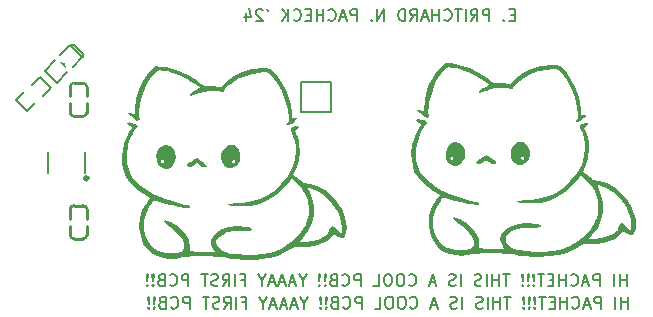
<source format=gbr>
%TF.GenerationSoftware,KiCad,Pcbnew,7.0.5*%
%TF.CreationDate,2024-09-10T19:27:24-04:00*%
%TF.ProjectId,PCB_PCB_OpenSuperHetv6PCB,5043425f-5043-4425-9f4f-70656e537570,rev?*%
%TF.SameCoordinates,Original*%
%TF.FileFunction,Legend,Bot*%
%TF.FilePolarity,Positive*%
%FSLAX46Y46*%
G04 Gerber Fmt 4.6, Leading zero omitted, Abs format (unit mm)*
G04 Created by KiCad (PCBNEW 7.0.5) date 2024-09-10 19:27:24*
%MOMM*%
%LPD*%
G01*
G04 APERTURE LIST*
%ADD10C,0.150000*%
%ADD11C,0.254000*%
%ADD12C,0.152000*%
%ADD13C,0.300000*%
%ADD14C,0.203000*%
G04 APERTURE END LIST*
D10*
X43523220Y-15906009D02*
X43189887Y-15906009D01*
X43047030Y-16429819D02*
X43523220Y-16429819D01*
X43523220Y-16429819D02*
X43523220Y-15429819D01*
X43523220Y-15429819D02*
X43047030Y-15429819D01*
X42618458Y-16334580D02*
X42570839Y-16382200D01*
X42570839Y-16382200D02*
X42618458Y-16429819D01*
X42618458Y-16429819D02*
X42666077Y-16382200D01*
X42666077Y-16382200D02*
X42618458Y-16334580D01*
X42618458Y-16334580D02*
X42618458Y-16429819D01*
X41380363Y-16429819D02*
X41380363Y-15429819D01*
X41380363Y-15429819D02*
X40999411Y-15429819D01*
X40999411Y-15429819D02*
X40904173Y-15477438D01*
X40904173Y-15477438D02*
X40856554Y-15525057D01*
X40856554Y-15525057D02*
X40808935Y-15620295D01*
X40808935Y-15620295D02*
X40808935Y-15763152D01*
X40808935Y-15763152D02*
X40856554Y-15858390D01*
X40856554Y-15858390D02*
X40904173Y-15906009D01*
X40904173Y-15906009D02*
X40999411Y-15953628D01*
X40999411Y-15953628D02*
X41380363Y-15953628D01*
X39808935Y-16429819D02*
X40142268Y-15953628D01*
X40380363Y-16429819D02*
X40380363Y-15429819D01*
X40380363Y-15429819D02*
X39999411Y-15429819D01*
X39999411Y-15429819D02*
X39904173Y-15477438D01*
X39904173Y-15477438D02*
X39856554Y-15525057D01*
X39856554Y-15525057D02*
X39808935Y-15620295D01*
X39808935Y-15620295D02*
X39808935Y-15763152D01*
X39808935Y-15763152D02*
X39856554Y-15858390D01*
X39856554Y-15858390D02*
X39904173Y-15906009D01*
X39904173Y-15906009D02*
X39999411Y-15953628D01*
X39999411Y-15953628D02*
X40380363Y-15953628D01*
X39380363Y-16429819D02*
X39380363Y-15429819D01*
X39047030Y-15429819D02*
X38475602Y-15429819D01*
X38761316Y-16429819D02*
X38761316Y-15429819D01*
X37570840Y-16334580D02*
X37618459Y-16382200D01*
X37618459Y-16382200D02*
X37761316Y-16429819D01*
X37761316Y-16429819D02*
X37856554Y-16429819D01*
X37856554Y-16429819D02*
X37999411Y-16382200D01*
X37999411Y-16382200D02*
X38094649Y-16286961D01*
X38094649Y-16286961D02*
X38142268Y-16191723D01*
X38142268Y-16191723D02*
X38189887Y-16001247D01*
X38189887Y-16001247D02*
X38189887Y-15858390D01*
X38189887Y-15858390D02*
X38142268Y-15667914D01*
X38142268Y-15667914D02*
X38094649Y-15572676D01*
X38094649Y-15572676D02*
X37999411Y-15477438D01*
X37999411Y-15477438D02*
X37856554Y-15429819D01*
X37856554Y-15429819D02*
X37761316Y-15429819D01*
X37761316Y-15429819D02*
X37618459Y-15477438D01*
X37618459Y-15477438D02*
X37570840Y-15525057D01*
X37142268Y-16429819D02*
X37142268Y-15429819D01*
X37142268Y-15906009D02*
X36570840Y-15906009D01*
X36570840Y-16429819D02*
X36570840Y-15429819D01*
X36142268Y-16144104D02*
X35666078Y-16144104D01*
X36237506Y-16429819D02*
X35904173Y-15429819D01*
X35904173Y-15429819D02*
X35570840Y-16429819D01*
X34666078Y-16429819D02*
X34999411Y-15953628D01*
X35237506Y-16429819D02*
X35237506Y-15429819D01*
X35237506Y-15429819D02*
X34856554Y-15429819D01*
X34856554Y-15429819D02*
X34761316Y-15477438D01*
X34761316Y-15477438D02*
X34713697Y-15525057D01*
X34713697Y-15525057D02*
X34666078Y-15620295D01*
X34666078Y-15620295D02*
X34666078Y-15763152D01*
X34666078Y-15763152D02*
X34713697Y-15858390D01*
X34713697Y-15858390D02*
X34761316Y-15906009D01*
X34761316Y-15906009D02*
X34856554Y-15953628D01*
X34856554Y-15953628D02*
X35237506Y-15953628D01*
X34237506Y-16429819D02*
X34237506Y-15429819D01*
X34237506Y-15429819D02*
X33999411Y-15429819D01*
X33999411Y-15429819D02*
X33856554Y-15477438D01*
X33856554Y-15477438D02*
X33761316Y-15572676D01*
X33761316Y-15572676D02*
X33713697Y-15667914D01*
X33713697Y-15667914D02*
X33666078Y-15858390D01*
X33666078Y-15858390D02*
X33666078Y-16001247D01*
X33666078Y-16001247D02*
X33713697Y-16191723D01*
X33713697Y-16191723D02*
X33761316Y-16286961D01*
X33761316Y-16286961D02*
X33856554Y-16382200D01*
X33856554Y-16382200D02*
X33999411Y-16429819D01*
X33999411Y-16429819D02*
X34237506Y-16429819D01*
X32475601Y-16429819D02*
X32475601Y-15429819D01*
X32475601Y-15429819D02*
X31904173Y-16429819D01*
X31904173Y-16429819D02*
X31904173Y-15429819D01*
X31427982Y-16334580D02*
X31380363Y-16382200D01*
X31380363Y-16382200D02*
X31427982Y-16429819D01*
X31427982Y-16429819D02*
X31475601Y-16382200D01*
X31475601Y-16382200D02*
X31427982Y-16334580D01*
X31427982Y-16334580D02*
X31427982Y-16429819D01*
X30189887Y-16429819D02*
X30189887Y-15429819D01*
X30189887Y-15429819D02*
X29808935Y-15429819D01*
X29808935Y-15429819D02*
X29713697Y-15477438D01*
X29713697Y-15477438D02*
X29666078Y-15525057D01*
X29666078Y-15525057D02*
X29618459Y-15620295D01*
X29618459Y-15620295D02*
X29618459Y-15763152D01*
X29618459Y-15763152D02*
X29666078Y-15858390D01*
X29666078Y-15858390D02*
X29713697Y-15906009D01*
X29713697Y-15906009D02*
X29808935Y-15953628D01*
X29808935Y-15953628D02*
X30189887Y-15953628D01*
X29237506Y-16144104D02*
X28761316Y-16144104D01*
X29332744Y-16429819D02*
X28999411Y-15429819D01*
X28999411Y-15429819D02*
X28666078Y-16429819D01*
X27761316Y-16334580D02*
X27808935Y-16382200D01*
X27808935Y-16382200D02*
X27951792Y-16429819D01*
X27951792Y-16429819D02*
X28047030Y-16429819D01*
X28047030Y-16429819D02*
X28189887Y-16382200D01*
X28189887Y-16382200D02*
X28285125Y-16286961D01*
X28285125Y-16286961D02*
X28332744Y-16191723D01*
X28332744Y-16191723D02*
X28380363Y-16001247D01*
X28380363Y-16001247D02*
X28380363Y-15858390D01*
X28380363Y-15858390D02*
X28332744Y-15667914D01*
X28332744Y-15667914D02*
X28285125Y-15572676D01*
X28285125Y-15572676D02*
X28189887Y-15477438D01*
X28189887Y-15477438D02*
X28047030Y-15429819D01*
X28047030Y-15429819D02*
X27951792Y-15429819D01*
X27951792Y-15429819D02*
X27808935Y-15477438D01*
X27808935Y-15477438D02*
X27761316Y-15525057D01*
X27332744Y-16429819D02*
X27332744Y-15429819D01*
X27332744Y-15906009D02*
X26761316Y-15906009D01*
X26761316Y-16429819D02*
X26761316Y-15429819D01*
X26285125Y-15906009D02*
X25951792Y-15906009D01*
X25808935Y-16429819D02*
X26285125Y-16429819D01*
X26285125Y-16429819D02*
X26285125Y-15429819D01*
X26285125Y-15429819D02*
X25808935Y-15429819D01*
X24808935Y-16334580D02*
X24856554Y-16382200D01*
X24856554Y-16382200D02*
X24999411Y-16429819D01*
X24999411Y-16429819D02*
X25094649Y-16429819D01*
X25094649Y-16429819D02*
X25237506Y-16382200D01*
X25237506Y-16382200D02*
X25332744Y-16286961D01*
X25332744Y-16286961D02*
X25380363Y-16191723D01*
X25380363Y-16191723D02*
X25427982Y-16001247D01*
X25427982Y-16001247D02*
X25427982Y-15858390D01*
X25427982Y-15858390D02*
X25380363Y-15667914D01*
X25380363Y-15667914D02*
X25332744Y-15572676D01*
X25332744Y-15572676D02*
X25237506Y-15477438D01*
X25237506Y-15477438D02*
X25094649Y-15429819D01*
X25094649Y-15429819D02*
X24999411Y-15429819D01*
X24999411Y-15429819D02*
X24856554Y-15477438D01*
X24856554Y-15477438D02*
X24808935Y-15525057D01*
X24380363Y-16429819D02*
X24380363Y-15429819D01*
X23808935Y-16429819D02*
X24237506Y-15858390D01*
X23808935Y-15429819D02*
X24380363Y-16001247D01*
X22570839Y-15429819D02*
X22666077Y-15620295D01*
X22189887Y-15525057D02*
X22142268Y-15477438D01*
X22142268Y-15477438D02*
X22047030Y-15429819D01*
X22047030Y-15429819D02*
X21808935Y-15429819D01*
X21808935Y-15429819D02*
X21713697Y-15477438D01*
X21713697Y-15477438D02*
X21666078Y-15525057D01*
X21666078Y-15525057D02*
X21618459Y-15620295D01*
X21618459Y-15620295D02*
X21618459Y-15715533D01*
X21618459Y-15715533D02*
X21666078Y-15858390D01*
X21666078Y-15858390D02*
X22237506Y-16429819D01*
X22237506Y-16429819D02*
X21618459Y-16429819D01*
X20761316Y-15763152D02*
X20761316Y-16429819D01*
X20999411Y-15382200D02*
X21237506Y-16096485D01*
X21237506Y-16096485D02*
X20618459Y-16096485D01*
X53103220Y-40789819D02*
X53103220Y-39789819D01*
X53103220Y-40266009D02*
X52531792Y-40266009D01*
X52531792Y-40789819D02*
X52531792Y-39789819D01*
X52055601Y-40789819D02*
X52055601Y-39789819D01*
X50817506Y-40789819D02*
X50817506Y-39789819D01*
X50817506Y-39789819D02*
X50436554Y-39789819D01*
X50436554Y-39789819D02*
X50341316Y-39837438D01*
X50341316Y-39837438D02*
X50293697Y-39885057D01*
X50293697Y-39885057D02*
X50246078Y-39980295D01*
X50246078Y-39980295D02*
X50246078Y-40123152D01*
X50246078Y-40123152D02*
X50293697Y-40218390D01*
X50293697Y-40218390D02*
X50341316Y-40266009D01*
X50341316Y-40266009D02*
X50436554Y-40313628D01*
X50436554Y-40313628D02*
X50817506Y-40313628D01*
X49865125Y-40504104D02*
X49388935Y-40504104D01*
X49960363Y-40789819D02*
X49627030Y-39789819D01*
X49627030Y-39789819D02*
X49293697Y-40789819D01*
X48388935Y-40694580D02*
X48436554Y-40742200D01*
X48436554Y-40742200D02*
X48579411Y-40789819D01*
X48579411Y-40789819D02*
X48674649Y-40789819D01*
X48674649Y-40789819D02*
X48817506Y-40742200D01*
X48817506Y-40742200D02*
X48912744Y-40646961D01*
X48912744Y-40646961D02*
X48960363Y-40551723D01*
X48960363Y-40551723D02*
X49007982Y-40361247D01*
X49007982Y-40361247D02*
X49007982Y-40218390D01*
X49007982Y-40218390D02*
X48960363Y-40027914D01*
X48960363Y-40027914D02*
X48912744Y-39932676D01*
X48912744Y-39932676D02*
X48817506Y-39837438D01*
X48817506Y-39837438D02*
X48674649Y-39789819D01*
X48674649Y-39789819D02*
X48579411Y-39789819D01*
X48579411Y-39789819D02*
X48436554Y-39837438D01*
X48436554Y-39837438D02*
X48388935Y-39885057D01*
X47960363Y-40789819D02*
X47960363Y-39789819D01*
X47960363Y-40266009D02*
X47388935Y-40266009D01*
X47388935Y-40789819D02*
X47388935Y-39789819D01*
X46912744Y-40266009D02*
X46579411Y-40266009D01*
X46436554Y-40789819D02*
X46912744Y-40789819D01*
X46912744Y-40789819D02*
X46912744Y-39789819D01*
X46912744Y-39789819D02*
X46436554Y-39789819D01*
X46150839Y-39789819D02*
X45579411Y-39789819D01*
X45865125Y-40789819D02*
X45865125Y-39789819D01*
X45246077Y-40694580D02*
X45198458Y-40742200D01*
X45198458Y-40742200D02*
X45246077Y-40789819D01*
X45246077Y-40789819D02*
X45293696Y-40742200D01*
X45293696Y-40742200D02*
X45246077Y-40694580D01*
X45246077Y-40694580D02*
X45246077Y-40789819D01*
X45246077Y-40408866D02*
X45293696Y-39837438D01*
X45293696Y-39837438D02*
X45246077Y-39789819D01*
X45246077Y-39789819D02*
X45198458Y-39837438D01*
X45198458Y-39837438D02*
X45246077Y-40408866D01*
X45246077Y-40408866D02*
X45246077Y-39789819D01*
X44769887Y-40694580D02*
X44722268Y-40742200D01*
X44722268Y-40742200D02*
X44769887Y-40789819D01*
X44769887Y-40789819D02*
X44817506Y-40742200D01*
X44817506Y-40742200D02*
X44769887Y-40694580D01*
X44769887Y-40694580D02*
X44769887Y-40789819D01*
X44769887Y-40408866D02*
X44817506Y-39837438D01*
X44817506Y-39837438D02*
X44769887Y-39789819D01*
X44769887Y-39789819D02*
X44722268Y-39837438D01*
X44722268Y-39837438D02*
X44769887Y-40408866D01*
X44769887Y-40408866D02*
X44769887Y-39789819D01*
X44293697Y-40694580D02*
X44246078Y-40742200D01*
X44246078Y-40742200D02*
X44293697Y-40789819D01*
X44293697Y-40789819D02*
X44341316Y-40742200D01*
X44341316Y-40742200D02*
X44293697Y-40694580D01*
X44293697Y-40694580D02*
X44293697Y-40789819D01*
X44293697Y-40408866D02*
X44341316Y-39837438D01*
X44341316Y-39837438D02*
X44293697Y-39789819D01*
X44293697Y-39789819D02*
X44246078Y-39837438D01*
X44246078Y-39837438D02*
X44293697Y-40408866D01*
X44293697Y-40408866D02*
X44293697Y-39789819D01*
X43198459Y-39789819D02*
X42627031Y-39789819D01*
X42912745Y-40789819D02*
X42912745Y-39789819D01*
X42293697Y-40789819D02*
X42293697Y-39789819D01*
X42293697Y-40266009D02*
X41722269Y-40266009D01*
X41722269Y-40789819D02*
X41722269Y-39789819D01*
X41246078Y-40789819D02*
X41246078Y-39789819D01*
X40817507Y-40742200D02*
X40674650Y-40789819D01*
X40674650Y-40789819D02*
X40436555Y-40789819D01*
X40436555Y-40789819D02*
X40341317Y-40742200D01*
X40341317Y-40742200D02*
X40293698Y-40694580D01*
X40293698Y-40694580D02*
X40246079Y-40599342D01*
X40246079Y-40599342D02*
X40246079Y-40504104D01*
X40246079Y-40504104D02*
X40293698Y-40408866D01*
X40293698Y-40408866D02*
X40341317Y-40361247D01*
X40341317Y-40361247D02*
X40436555Y-40313628D01*
X40436555Y-40313628D02*
X40627031Y-40266009D01*
X40627031Y-40266009D02*
X40722269Y-40218390D01*
X40722269Y-40218390D02*
X40769888Y-40170771D01*
X40769888Y-40170771D02*
X40817507Y-40075533D01*
X40817507Y-40075533D02*
X40817507Y-39980295D01*
X40817507Y-39980295D02*
X40769888Y-39885057D01*
X40769888Y-39885057D02*
X40722269Y-39837438D01*
X40722269Y-39837438D02*
X40627031Y-39789819D01*
X40627031Y-39789819D02*
X40388936Y-39789819D01*
X40388936Y-39789819D02*
X40246079Y-39837438D01*
X39055602Y-40789819D02*
X39055602Y-39789819D01*
X38627031Y-40742200D02*
X38484174Y-40789819D01*
X38484174Y-40789819D02*
X38246079Y-40789819D01*
X38246079Y-40789819D02*
X38150841Y-40742200D01*
X38150841Y-40742200D02*
X38103222Y-40694580D01*
X38103222Y-40694580D02*
X38055603Y-40599342D01*
X38055603Y-40599342D02*
X38055603Y-40504104D01*
X38055603Y-40504104D02*
X38103222Y-40408866D01*
X38103222Y-40408866D02*
X38150841Y-40361247D01*
X38150841Y-40361247D02*
X38246079Y-40313628D01*
X38246079Y-40313628D02*
X38436555Y-40266009D01*
X38436555Y-40266009D02*
X38531793Y-40218390D01*
X38531793Y-40218390D02*
X38579412Y-40170771D01*
X38579412Y-40170771D02*
X38627031Y-40075533D01*
X38627031Y-40075533D02*
X38627031Y-39980295D01*
X38627031Y-39980295D02*
X38579412Y-39885057D01*
X38579412Y-39885057D02*
X38531793Y-39837438D01*
X38531793Y-39837438D02*
X38436555Y-39789819D01*
X38436555Y-39789819D02*
X38198460Y-39789819D01*
X38198460Y-39789819D02*
X38055603Y-39837438D01*
X36912745Y-40504104D02*
X36436555Y-40504104D01*
X37007983Y-40789819D02*
X36674650Y-39789819D01*
X36674650Y-39789819D02*
X36341317Y-40789819D01*
X34674650Y-40694580D02*
X34722269Y-40742200D01*
X34722269Y-40742200D02*
X34865126Y-40789819D01*
X34865126Y-40789819D02*
X34960364Y-40789819D01*
X34960364Y-40789819D02*
X35103221Y-40742200D01*
X35103221Y-40742200D02*
X35198459Y-40646961D01*
X35198459Y-40646961D02*
X35246078Y-40551723D01*
X35246078Y-40551723D02*
X35293697Y-40361247D01*
X35293697Y-40361247D02*
X35293697Y-40218390D01*
X35293697Y-40218390D02*
X35246078Y-40027914D01*
X35246078Y-40027914D02*
X35198459Y-39932676D01*
X35198459Y-39932676D02*
X35103221Y-39837438D01*
X35103221Y-39837438D02*
X34960364Y-39789819D01*
X34960364Y-39789819D02*
X34865126Y-39789819D01*
X34865126Y-39789819D02*
X34722269Y-39837438D01*
X34722269Y-39837438D02*
X34674650Y-39885057D01*
X34055602Y-39789819D02*
X33865126Y-39789819D01*
X33865126Y-39789819D02*
X33769888Y-39837438D01*
X33769888Y-39837438D02*
X33674650Y-39932676D01*
X33674650Y-39932676D02*
X33627031Y-40123152D01*
X33627031Y-40123152D02*
X33627031Y-40456485D01*
X33627031Y-40456485D02*
X33674650Y-40646961D01*
X33674650Y-40646961D02*
X33769888Y-40742200D01*
X33769888Y-40742200D02*
X33865126Y-40789819D01*
X33865126Y-40789819D02*
X34055602Y-40789819D01*
X34055602Y-40789819D02*
X34150840Y-40742200D01*
X34150840Y-40742200D02*
X34246078Y-40646961D01*
X34246078Y-40646961D02*
X34293697Y-40456485D01*
X34293697Y-40456485D02*
X34293697Y-40123152D01*
X34293697Y-40123152D02*
X34246078Y-39932676D01*
X34246078Y-39932676D02*
X34150840Y-39837438D01*
X34150840Y-39837438D02*
X34055602Y-39789819D01*
X33007983Y-39789819D02*
X32817507Y-39789819D01*
X32817507Y-39789819D02*
X32722269Y-39837438D01*
X32722269Y-39837438D02*
X32627031Y-39932676D01*
X32627031Y-39932676D02*
X32579412Y-40123152D01*
X32579412Y-40123152D02*
X32579412Y-40456485D01*
X32579412Y-40456485D02*
X32627031Y-40646961D01*
X32627031Y-40646961D02*
X32722269Y-40742200D01*
X32722269Y-40742200D02*
X32817507Y-40789819D01*
X32817507Y-40789819D02*
X33007983Y-40789819D01*
X33007983Y-40789819D02*
X33103221Y-40742200D01*
X33103221Y-40742200D02*
X33198459Y-40646961D01*
X33198459Y-40646961D02*
X33246078Y-40456485D01*
X33246078Y-40456485D02*
X33246078Y-40123152D01*
X33246078Y-40123152D02*
X33198459Y-39932676D01*
X33198459Y-39932676D02*
X33103221Y-39837438D01*
X33103221Y-39837438D02*
X33007983Y-39789819D01*
X31674650Y-40789819D02*
X32150840Y-40789819D01*
X32150840Y-40789819D02*
X32150840Y-39789819D01*
X30579411Y-40789819D02*
X30579411Y-39789819D01*
X30579411Y-39789819D02*
X30198459Y-39789819D01*
X30198459Y-39789819D02*
X30103221Y-39837438D01*
X30103221Y-39837438D02*
X30055602Y-39885057D01*
X30055602Y-39885057D02*
X30007983Y-39980295D01*
X30007983Y-39980295D02*
X30007983Y-40123152D01*
X30007983Y-40123152D02*
X30055602Y-40218390D01*
X30055602Y-40218390D02*
X30103221Y-40266009D01*
X30103221Y-40266009D02*
X30198459Y-40313628D01*
X30198459Y-40313628D02*
X30579411Y-40313628D01*
X29007983Y-40694580D02*
X29055602Y-40742200D01*
X29055602Y-40742200D02*
X29198459Y-40789819D01*
X29198459Y-40789819D02*
X29293697Y-40789819D01*
X29293697Y-40789819D02*
X29436554Y-40742200D01*
X29436554Y-40742200D02*
X29531792Y-40646961D01*
X29531792Y-40646961D02*
X29579411Y-40551723D01*
X29579411Y-40551723D02*
X29627030Y-40361247D01*
X29627030Y-40361247D02*
X29627030Y-40218390D01*
X29627030Y-40218390D02*
X29579411Y-40027914D01*
X29579411Y-40027914D02*
X29531792Y-39932676D01*
X29531792Y-39932676D02*
X29436554Y-39837438D01*
X29436554Y-39837438D02*
X29293697Y-39789819D01*
X29293697Y-39789819D02*
X29198459Y-39789819D01*
X29198459Y-39789819D02*
X29055602Y-39837438D01*
X29055602Y-39837438D02*
X29007983Y-39885057D01*
X28246078Y-40266009D02*
X28103221Y-40313628D01*
X28103221Y-40313628D02*
X28055602Y-40361247D01*
X28055602Y-40361247D02*
X28007983Y-40456485D01*
X28007983Y-40456485D02*
X28007983Y-40599342D01*
X28007983Y-40599342D02*
X28055602Y-40694580D01*
X28055602Y-40694580D02*
X28103221Y-40742200D01*
X28103221Y-40742200D02*
X28198459Y-40789819D01*
X28198459Y-40789819D02*
X28579411Y-40789819D01*
X28579411Y-40789819D02*
X28579411Y-39789819D01*
X28579411Y-39789819D02*
X28246078Y-39789819D01*
X28246078Y-39789819D02*
X28150840Y-39837438D01*
X28150840Y-39837438D02*
X28103221Y-39885057D01*
X28103221Y-39885057D02*
X28055602Y-39980295D01*
X28055602Y-39980295D02*
X28055602Y-40075533D01*
X28055602Y-40075533D02*
X28103221Y-40170771D01*
X28103221Y-40170771D02*
X28150840Y-40218390D01*
X28150840Y-40218390D02*
X28246078Y-40266009D01*
X28246078Y-40266009D02*
X28579411Y-40266009D01*
X27579411Y-40694580D02*
X27531792Y-40742200D01*
X27531792Y-40742200D02*
X27579411Y-40789819D01*
X27579411Y-40789819D02*
X27627030Y-40742200D01*
X27627030Y-40742200D02*
X27579411Y-40694580D01*
X27579411Y-40694580D02*
X27579411Y-40789819D01*
X27579411Y-40408866D02*
X27627030Y-39837438D01*
X27627030Y-39837438D02*
X27579411Y-39789819D01*
X27579411Y-39789819D02*
X27531792Y-39837438D01*
X27531792Y-39837438D02*
X27579411Y-40408866D01*
X27579411Y-40408866D02*
X27579411Y-39789819D01*
X27103221Y-40694580D02*
X27055602Y-40742200D01*
X27055602Y-40742200D02*
X27103221Y-40789819D01*
X27103221Y-40789819D02*
X27150840Y-40742200D01*
X27150840Y-40742200D02*
X27103221Y-40694580D01*
X27103221Y-40694580D02*
X27103221Y-40789819D01*
X27103221Y-40408866D02*
X27150840Y-39837438D01*
X27150840Y-39837438D02*
X27103221Y-39789819D01*
X27103221Y-39789819D02*
X27055602Y-39837438D01*
X27055602Y-39837438D02*
X27103221Y-40408866D01*
X27103221Y-40408866D02*
X27103221Y-39789819D01*
X25674650Y-40313628D02*
X25674650Y-40789819D01*
X26007983Y-39789819D02*
X25674650Y-40313628D01*
X25674650Y-40313628D02*
X25341317Y-39789819D01*
X25055602Y-40504104D02*
X24579412Y-40504104D01*
X25150840Y-40789819D02*
X24817507Y-39789819D01*
X24817507Y-39789819D02*
X24484174Y-40789819D01*
X24198459Y-40504104D02*
X23722269Y-40504104D01*
X24293697Y-40789819D02*
X23960364Y-39789819D01*
X23960364Y-39789819D02*
X23627031Y-40789819D01*
X23341316Y-40504104D02*
X22865126Y-40504104D01*
X23436554Y-40789819D02*
X23103221Y-39789819D01*
X23103221Y-39789819D02*
X22769888Y-40789819D01*
X22246078Y-40313628D02*
X22246078Y-40789819D01*
X22579411Y-39789819D02*
X22246078Y-40313628D01*
X22246078Y-40313628D02*
X21912745Y-39789819D01*
X20484173Y-40266009D02*
X20817506Y-40266009D01*
X20817506Y-40789819D02*
X20817506Y-39789819D01*
X20817506Y-39789819D02*
X20341316Y-39789819D01*
X19960363Y-40789819D02*
X19960363Y-39789819D01*
X18912745Y-40789819D02*
X19246078Y-40313628D01*
X19484173Y-40789819D02*
X19484173Y-39789819D01*
X19484173Y-39789819D02*
X19103221Y-39789819D01*
X19103221Y-39789819D02*
X19007983Y-39837438D01*
X19007983Y-39837438D02*
X18960364Y-39885057D01*
X18960364Y-39885057D02*
X18912745Y-39980295D01*
X18912745Y-39980295D02*
X18912745Y-40123152D01*
X18912745Y-40123152D02*
X18960364Y-40218390D01*
X18960364Y-40218390D02*
X19007983Y-40266009D01*
X19007983Y-40266009D02*
X19103221Y-40313628D01*
X19103221Y-40313628D02*
X19484173Y-40313628D01*
X18531792Y-40742200D02*
X18388935Y-40789819D01*
X18388935Y-40789819D02*
X18150840Y-40789819D01*
X18150840Y-40789819D02*
X18055602Y-40742200D01*
X18055602Y-40742200D02*
X18007983Y-40694580D01*
X18007983Y-40694580D02*
X17960364Y-40599342D01*
X17960364Y-40599342D02*
X17960364Y-40504104D01*
X17960364Y-40504104D02*
X18007983Y-40408866D01*
X18007983Y-40408866D02*
X18055602Y-40361247D01*
X18055602Y-40361247D02*
X18150840Y-40313628D01*
X18150840Y-40313628D02*
X18341316Y-40266009D01*
X18341316Y-40266009D02*
X18436554Y-40218390D01*
X18436554Y-40218390D02*
X18484173Y-40170771D01*
X18484173Y-40170771D02*
X18531792Y-40075533D01*
X18531792Y-40075533D02*
X18531792Y-39980295D01*
X18531792Y-39980295D02*
X18484173Y-39885057D01*
X18484173Y-39885057D02*
X18436554Y-39837438D01*
X18436554Y-39837438D02*
X18341316Y-39789819D01*
X18341316Y-39789819D02*
X18103221Y-39789819D01*
X18103221Y-39789819D02*
X17960364Y-39837438D01*
X17674649Y-39789819D02*
X17103221Y-39789819D01*
X17388935Y-40789819D02*
X17388935Y-39789819D01*
X16007982Y-40789819D02*
X16007982Y-39789819D01*
X16007982Y-39789819D02*
X15627030Y-39789819D01*
X15627030Y-39789819D02*
X15531792Y-39837438D01*
X15531792Y-39837438D02*
X15484173Y-39885057D01*
X15484173Y-39885057D02*
X15436554Y-39980295D01*
X15436554Y-39980295D02*
X15436554Y-40123152D01*
X15436554Y-40123152D02*
X15484173Y-40218390D01*
X15484173Y-40218390D02*
X15531792Y-40266009D01*
X15531792Y-40266009D02*
X15627030Y-40313628D01*
X15627030Y-40313628D02*
X16007982Y-40313628D01*
X14436554Y-40694580D02*
X14484173Y-40742200D01*
X14484173Y-40742200D02*
X14627030Y-40789819D01*
X14627030Y-40789819D02*
X14722268Y-40789819D01*
X14722268Y-40789819D02*
X14865125Y-40742200D01*
X14865125Y-40742200D02*
X14960363Y-40646961D01*
X14960363Y-40646961D02*
X15007982Y-40551723D01*
X15007982Y-40551723D02*
X15055601Y-40361247D01*
X15055601Y-40361247D02*
X15055601Y-40218390D01*
X15055601Y-40218390D02*
X15007982Y-40027914D01*
X15007982Y-40027914D02*
X14960363Y-39932676D01*
X14960363Y-39932676D02*
X14865125Y-39837438D01*
X14865125Y-39837438D02*
X14722268Y-39789819D01*
X14722268Y-39789819D02*
X14627030Y-39789819D01*
X14627030Y-39789819D02*
X14484173Y-39837438D01*
X14484173Y-39837438D02*
X14436554Y-39885057D01*
X13674649Y-40266009D02*
X13531792Y-40313628D01*
X13531792Y-40313628D02*
X13484173Y-40361247D01*
X13484173Y-40361247D02*
X13436554Y-40456485D01*
X13436554Y-40456485D02*
X13436554Y-40599342D01*
X13436554Y-40599342D02*
X13484173Y-40694580D01*
X13484173Y-40694580D02*
X13531792Y-40742200D01*
X13531792Y-40742200D02*
X13627030Y-40789819D01*
X13627030Y-40789819D02*
X14007982Y-40789819D01*
X14007982Y-40789819D02*
X14007982Y-39789819D01*
X14007982Y-39789819D02*
X13674649Y-39789819D01*
X13674649Y-39789819D02*
X13579411Y-39837438D01*
X13579411Y-39837438D02*
X13531792Y-39885057D01*
X13531792Y-39885057D02*
X13484173Y-39980295D01*
X13484173Y-39980295D02*
X13484173Y-40075533D01*
X13484173Y-40075533D02*
X13531792Y-40170771D01*
X13531792Y-40170771D02*
X13579411Y-40218390D01*
X13579411Y-40218390D02*
X13674649Y-40266009D01*
X13674649Y-40266009D02*
X14007982Y-40266009D01*
X13007982Y-40694580D02*
X12960363Y-40742200D01*
X12960363Y-40742200D02*
X13007982Y-40789819D01*
X13007982Y-40789819D02*
X13055601Y-40742200D01*
X13055601Y-40742200D02*
X13007982Y-40694580D01*
X13007982Y-40694580D02*
X13007982Y-40789819D01*
X13007982Y-40408866D02*
X13055601Y-39837438D01*
X13055601Y-39837438D02*
X13007982Y-39789819D01*
X13007982Y-39789819D02*
X12960363Y-39837438D01*
X12960363Y-39837438D02*
X13007982Y-40408866D01*
X13007982Y-40408866D02*
X13007982Y-39789819D01*
X12531792Y-40694580D02*
X12484173Y-40742200D01*
X12484173Y-40742200D02*
X12531792Y-40789819D01*
X12531792Y-40789819D02*
X12579411Y-40742200D01*
X12579411Y-40742200D02*
X12531792Y-40694580D01*
X12531792Y-40694580D02*
X12531792Y-40789819D01*
X12531792Y-40408866D02*
X12579411Y-39837438D01*
X12579411Y-39837438D02*
X12531792Y-39789819D01*
X12531792Y-39789819D02*
X12484173Y-39837438D01*
X12484173Y-39837438D02*
X12531792Y-40408866D01*
X12531792Y-40408866D02*
X12531792Y-39789819D01*
X53003220Y-38858819D02*
X53003220Y-37858819D01*
X53003220Y-38335009D02*
X52431792Y-38335009D01*
X52431792Y-38858819D02*
X52431792Y-37858819D01*
X51955601Y-38858819D02*
X51955601Y-37858819D01*
X50717506Y-38858819D02*
X50717506Y-37858819D01*
X50717506Y-37858819D02*
X50336554Y-37858819D01*
X50336554Y-37858819D02*
X50241316Y-37906438D01*
X50241316Y-37906438D02*
X50193697Y-37954057D01*
X50193697Y-37954057D02*
X50146078Y-38049295D01*
X50146078Y-38049295D02*
X50146078Y-38192152D01*
X50146078Y-38192152D02*
X50193697Y-38287390D01*
X50193697Y-38287390D02*
X50241316Y-38335009D01*
X50241316Y-38335009D02*
X50336554Y-38382628D01*
X50336554Y-38382628D02*
X50717506Y-38382628D01*
X49765125Y-38573104D02*
X49288935Y-38573104D01*
X49860363Y-38858819D02*
X49527030Y-37858819D01*
X49527030Y-37858819D02*
X49193697Y-38858819D01*
X48288935Y-38763580D02*
X48336554Y-38811200D01*
X48336554Y-38811200D02*
X48479411Y-38858819D01*
X48479411Y-38858819D02*
X48574649Y-38858819D01*
X48574649Y-38858819D02*
X48717506Y-38811200D01*
X48717506Y-38811200D02*
X48812744Y-38715961D01*
X48812744Y-38715961D02*
X48860363Y-38620723D01*
X48860363Y-38620723D02*
X48907982Y-38430247D01*
X48907982Y-38430247D02*
X48907982Y-38287390D01*
X48907982Y-38287390D02*
X48860363Y-38096914D01*
X48860363Y-38096914D02*
X48812744Y-38001676D01*
X48812744Y-38001676D02*
X48717506Y-37906438D01*
X48717506Y-37906438D02*
X48574649Y-37858819D01*
X48574649Y-37858819D02*
X48479411Y-37858819D01*
X48479411Y-37858819D02*
X48336554Y-37906438D01*
X48336554Y-37906438D02*
X48288935Y-37954057D01*
X47860363Y-38858819D02*
X47860363Y-37858819D01*
X47860363Y-38335009D02*
X47288935Y-38335009D01*
X47288935Y-38858819D02*
X47288935Y-37858819D01*
X46812744Y-38335009D02*
X46479411Y-38335009D01*
X46336554Y-38858819D02*
X46812744Y-38858819D01*
X46812744Y-38858819D02*
X46812744Y-37858819D01*
X46812744Y-37858819D02*
X46336554Y-37858819D01*
X46050839Y-37858819D02*
X45479411Y-37858819D01*
X45765125Y-38858819D02*
X45765125Y-37858819D01*
X45146077Y-38763580D02*
X45098458Y-38811200D01*
X45098458Y-38811200D02*
X45146077Y-38858819D01*
X45146077Y-38858819D02*
X45193696Y-38811200D01*
X45193696Y-38811200D02*
X45146077Y-38763580D01*
X45146077Y-38763580D02*
X45146077Y-38858819D01*
X45146077Y-38477866D02*
X45193696Y-37906438D01*
X45193696Y-37906438D02*
X45146077Y-37858819D01*
X45146077Y-37858819D02*
X45098458Y-37906438D01*
X45098458Y-37906438D02*
X45146077Y-38477866D01*
X45146077Y-38477866D02*
X45146077Y-37858819D01*
X44669887Y-38763580D02*
X44622268Y-38811200D01*
X44622268Y-38811200D02*
X44669887Y-38858819D01*
X44669887Y-38858819D02*
X44717506Y-38811200D01*
X44717506Y-38811200D02*
X44669887Y-38763580D01*
X44669887Y-38763580D02*
X44669887Y-38858819D01*
X44669887Y-38477866D02*
X44717506Y-37906438D01*
X44717506Y-37906438D02*
X44669887Y-37858819D01*
X44669887Y-37858819D02*
X44622268Y-37906438D01*
X44622268Y-37906438D02*
X44669887Y-38477866D01*
X44669887Y-38477866D02*
X44669887Y-37858819D01*
X44193697Y-38763580D02*
X44146078Y-38811200D01*
X44146078Y-38811200D02*
X44193697Y-38858819D01*
X44193697Y-38858819D02*
X44241316Y-38811200D01*
X44241316Y-38811200D02*
X44193697Y-38763580D01*
X44193697Y-38763580D02*
X44193697Y-38858819D01*
X44193697Y-38477866D02*
X44241316Y-37906438D01*
X44241316Y-37906438D02*
X44193697Y-37858819D01*
X44193697Y-37858819D02*
X44146078Y-37906438D01*
X44146078Y-37906438D02*
X44193697Y-38477866D01*
X44193697Y-38477866D02*
X44193697Y-37858819D01*
X43098459Y-37858819D02*
X42527031Y-37858819D01*
X42812745Y-38858819D02*
X42812745Y-37858819D01*
X42193697Y-38858819D02*
X42193697Y-37858819D01*
X42193697Y-38335009D02*
X41622269Y-38335009D01*
X41622269Y-38858819D02*
X41622269Y-37858819D01*
X41146078Y-38858819D02*
X41146078Y-37858819D01*
X40717507Y-38811200D02*
X40574650Y-38858819D01*
X40574650Y-38858819D02*
X40336555Y-38858819D01*
X40336555Y-38858819D02*
X40241317Y-38811200D01*
X40241317Y-38811200D02*
X40193698Y-38763580D01*
X40193698Y-38763580D02*
X40146079Y-38668342D01*
X40146079Y-38668342D02*
X40146079Y-38573104D01*
X40146079Y-38573104D02*
X40193698Y-38477866D01*
X40193698Y-38477866D02*
X40241317Y-38430247D01*
X40241317Y-38430247D02*
X40336555Y-38382628D01*
X40336555Y-38382628D02*
X40527031Y-38335009D01*
X40527031Y-38335009D02*
X40622269Y-38287390D01*
X40622269Y-38287390D02*
X40669888Y-38239771D01*
X40669888Y-38239771D02*
X40717507Y-38144533D01*
X40717507Y-38144533D02*
X40717507Y-38049295D01*
X40717507Y-38049295D02*
X40669888Y-37954057D01*
X40669888Y-37954057D02*
X40622269Y-37906438D01*
X40622269Y-37906438D02*
X40527031Y-37858819D01*
X40527031Y-37858819D02*
X40288936Y-37858819D01*
X40288936Y-37858819D02*
X40146079Y-37906438D01*
X38955602Y-38858819D02*
X38955602Y-37858819D01*
X38527031Y-38811200D02*
X38384174Y-38858819D01*
X38384174Y-38858819D02*
X38146079Y-38858819D01*
X38146079Y-38858819D02*
X38050841Y-38811200D01*
X38050841Y-38811200D02*
X38003222Y-38763580D01*
X38003222Y-38763580D02*
X37955603Y-38668342D01*
X37955603Y-38668342D02*
X37955603Y-38573104D01*
X37955603Y-38573104D02*
X38003222Y-38477866D01*
X38003222Y-38477866D02*
X38050841Y-38430247D01*
X38050841Y-38430247D02*
X38146079Y-38382628D01*
X38146079Y-38382628D02*
X38336555Y-38335009D01*
X38336555Y-38335009D02*
X38431793Y-38287390D01*
X38431793Y-38287390D02*
X38479412Y-38239771D01*
X38479412Y-38239771D02*
X38527031Y-38144533D01*
X38527031Y-38144533D02*
X38527031Y-38049295D01*
X38527031Y-38049295D02*
X38479412Y-37954057D01*
X38479412Y-37954057D02*
X38431793Y-37906438D01*
X38431793Y-37906438D02*
X38336555Y-37858819D01*
X38336555Y-37858819D02*
X38098460Y-37858819D01*
X38098460Y-37858819D02*
X37955603Y-37906438D01*
X36812745Y-38573104D02*
X36336555Y-38573104D01*
X36907983Y-38858819D02*
X36574650Y-37858819D01*
X36574650Y-37858819D02*
X36241317Y-38858819D01*
X34574650Y-38763580D02*
X34622269Y-38811200D01*
X34622269Y-38811200D02*
X34765126Y-38858819D01*
X34765126Y-38858819D02*
X34860364Y-38858819D01*
X34860364Y-38858819D02*
X35003221Y-38811200D01*
X35003221Y-38811200D02*
X35098459Y-38715961D01*
X35098459Y-38715961D02*
X35146078Y-38620723D01*
X35146078Y-38620723D02*
X35193697Y-38430247D01*
X35193697Y-38430247D02*
X35193697Y-38287390D01*
X35193697Y-38287390D02*
X35146078Y-38096914D01*
X35146078Y-38096914D02*
X35098459Y-38001676D01*
X35098459Y-38001676D02*
X35003221Y-37906438D01*
X35003221Y-37906438D02*
X34860364Y-37858819D01*
X34860364Y-37858819D02*
X34765126Y-37858819D01*
X34765126Y-37858819D02*
X34622269Y-37906438D01*
X34622269Y-37906438D02*
X34574650Y-37954057D01*
X33955602Y-37858819D02*
X33765126Y-37858819D01*
X33765126Y-37858819D02*
X33669888Y-37906438D01*
X33669888Y-37906438D02*
X33574650Y-38001676D01*
X33574650Y-38001676D02*
X33527031Y-38192152D01*
X33527031Y-38192152D02*
X33527031Y-38525485D01*
X33527031Y-38525485D02*
X33574650Y-38715961D01*
X33574650Y-38715961D02*
X33669888Y-38811200D01*
X33669888Y-38811200D02*
X33765126Y-38858819D01*
X33765126Y-38858819D02*
X33955602Y-38858819D01*
X33955602Y-38858819D02*
X34050840Y-38811200D01*
X34050840Y-38811200D02*
X34146078Y-38715961D01*
X34146078Y-38715961D02*
X34193697Y-38525485D01*
X34193697Y-38525485D02*
X34193697Y-38192152D01*
X34193697Y-38192152D02*
X34146078Y-38001676D01*
X34146078Y-38001676D02*
X34050840Y-37906438D01*
X34050840Y-37906438D02*
X33955602Y-37858819D01*
X32907983Y-37858819D02*
X32717507Y-37858819D01*
X32717507Y-37858819D02*
X32622269Y-37906438D01*
X32622269Y-37906438D02*
X32527031Y-38001676D01*
X32527031Y-38001676D02*
X32479412Y-38192152D01*
X32479412Y-38192152D02*
X32479412Y-38525485D01*
X32479412Y-38525485D02*
X32527031Y-38715961D01*
X32527031Y-38715961D02*
X32622269Y-38811200D01*
X32622269Y-38811200D02*
X32717507Y-38858819D01*
X32717507Y-38858819D02*
X32907983Y-38858819D01*
X32907983Y-38858819D02*
X33003221Y-38811200D01*
X33003221Y-38811200D02*
X33098459Y-38715961D01*
X33098459Y-38715961D02*
X33146078Y-38525485D01*
X33146078Y-38525485D02*
X33146078Y-38192152D01*
X33146078Y-38192152D02*
X33098459Y-38001676D01*
X33098459Y-38001676D02*
X33003221Y-37906438D01*
X33003221Y-37906438D02*
X32907983Y-37858819D01*
X31574650Y-38858819D02*
X32050840Y-38858819D01*
X32050840Y-38858819D02*
X32050840Y-37858819D01*
X30479411Y-38858819D02*
X30479411Y-37858819D01*
X30479411Y-37858819D02*
X30098459Y-37858819D01*
X30098459Y-37858819D02*
X30003221Y-37906438D01*
X30003221Y-37906438D02*
X29955602Y-37954057D01*
X29955602Y-37954057D02*
X29907983Y-38049295D01*
X29907983Y-38049295D02*
X29907983Y-38192152D01*
X29907983Y-38192152D02*
X29955602Y-38287390D01*
X29955602Y-38287390D02*
X30003221Y-38335009D01*
X30003221Y-38335009D02*
X30098459Y-38382628D01*
X30098459Y-38382628D02*
X30479411Y-38382628D01*
X28907983Y-38763580D02*
X28955602Y-38811200D01*
X28955602Y-38811200D02*
X29098459Y-38858819D01*
X29098459Y-38858819D02*
X29193697Y-38858819D01*
X29193697Y-38858819D02*
X29336554Y-38811200D01*
X29336554Y-38811200D02*
X29431792Y-38715961D01*
X29431792Y-38715961D02*
X29479411Y-38620723D01*
X29479411Y-38620723D02*
X29527030Y-38430247D01*
X29527030Y-38430247D02*
X29527030Y-38287390D01*
X29527030Y-38287390D02*
X29479411Y-38096914D01*
X29479411Y-38096914D02*
X29431792Y-38001676D01*
X29431792Y-38001676D02*
X29336554Y-37906438D01*
X29336554Y-37906438D02*
X29193697Y-37858819D01*
X29193697Y-37858819D02*
X29098459Y-37858819D01*
X29098459Y-37858819D02*
X28955602Y-37906438D01*
X28955602Y-37906438D02*
X28907983Y-37954057D01*
X28146078Y-38335009D02*
X28003221Y-38382628D01*
X28003221Y-38382628D02*
X27955602Y-38430247D01*
X27955602Y-38430247D02*
X27907983Y-38525485D01*
X27907983Y-38525485D02*
X27907983Y-38668342D01*
X27907983Y-38668342D02*
X27955602Y-38763580D01*
X27955602Y-38763580D02*
X28003221Y-38811200D01*
X28003221Y-38811200D02*
X28098459Y-38858819D01*
X28098459Y-38858819D02*
X28479411Y-38858819D01*
X28479411Y-38858819D02*
X28479411Y-37858819D01*
X28479411Y-37858819D02*
X28146078Y-37858819D01*
X28146078Y-37858819D02*
X28050840Y-37906438D01*
X28050840Y-37906438D02*
X28003221Y-37954057D01*
X28003221Y-37954057D02*
X27955602Y-38049295D01*
X27955602Y-38049295D02*
X27955602Y-38144533D01*
X27955602Y-38144533D02*
X28003221Y-38239771D01*
X28003221Y-38239771D02*
X28050840Y-38287390D01*
X28050840Y-38287390D02*
X28146078Y-38335009D01*
X28146078Y-38335009D02*
X28479411Y-38335009D01*
X27479411Y-38763580D02*
X27431792Y-38811200D01*
X27431792Y-38811200D02*
X27479411Y-38858819D01*
X27479411Y-38858819D02*
X27527030Y-38811200D01*
X27527030Y-38811200D02*
X27479411Y-38763580D01*
X27479411Y-38763580D02*
X27479411Y-38858819D01*
X27479411Y-38477866D02*
X27527030Y-37906438D01*
X27527030Y-37906438D02*
X27479411Y-37858819D01*
X27479411Y-37858819D02*
X27431792Y-37906438D01*
X27431792Y-37906438D02*
X27479411Y-38477866D01*
X27479411Y-38477866D02*
X27479411Y-37858819D01*
X27003221Y-38763580D02*
X26955602Y-38811200D01*
X26955602Y-38811200D02*
X27003221Y-38858819D01*
X27003221Y-38858819D02*
X27050840Y-38811200D01*
X27050840Y-38811200D02*
X27003221Y-38763580D01*
X27003221Y-38763580D02*
X27003221Y-38858819D01*
X27003221Y-38477866D02*
X27050840Y-37906438D01*
X27050840Y-37906438D02*
X27003221Y-37858819D01*
X27003221Y-37858819D02*
X26955602Y-37906438D01*
X26955602Y-37906438D02*
X27003221Y-38477866D01*
X27003221Y-38477866D02*
X27003221Y-37858819D01*
X25574650Y-38382628D02*
X25574650Y-38858819D01*
X25907983Y-37858819D02*
X25574650Y-38382628D01*
X25574650Y-38382628D02*
X25241317Y-37858819D01*
X24955602Y-38573104D02*
X24479412Y-38573104D01*
X25050840Y-38858819D02*
X24717507Y-37858819D01*
X24717507Y-37858819D02*
X24384174Y-38858819D01*
X24098459Y-38573104D02*
X23622269Y-38573104D01*
X24193697Y-38858819D02*
X23860364Y-37858819D01*
X23860364Y-37858819D02*
X23527031Y-38858819D01*
X23241316Y-38573104D02*
X22765126Y-38573104D01*
X23336554Y-38858819D02*
X23003221Y-37858819D01*
X23003221Y-37858819D02*
X22669888Y-38858819D01*
X22146078Y-38382628D02*
X22146078Y-38858819D01*
X22479411Y-37858819D02*
X22146078Y-38382628D01*
X22146078Y-38382628D02*
X21812745Y-37858819D01*
X20384173Y-38335009D02*
X20717506Y-38335009D01*
X20717506Y-38858819D02*
X20717506Y-37858819D01*
X20717506Y-37858819D02*
X20241316Y-37858819D01*
X19860363Y-38858819D02*
X19860363Y-37858819D01*
X18812745Y-38858819D02*
X19146078Y-38382628D01*
X19384173Y-38858819D02*
X19384173Y-37858819D01*
X19384173Y-37858819D02*
X19003221Y-37858819D01*
X19003221Y-37858819D02*
X18907983Y-37906438D01*
X18907983Y-37906438D02*
X18860364Y-37954057D01*
X18860364Y-37954057D02*
X18812745Y-38049295D01*
X18812745Y-38049295D02*
X18812745Y-38192152D01*
X18812745Y-38192152D02*
X18860364Y-38287390D01*
X18860364Y-38287390D02*
X18907983Y-38335009D01*
X18907983Y-38335009D02*
X19003221Y-38382628D01*
X19003221Y-38382628D02*
X19384173Y-38382628D01*
X18431792Y-38811200D02*
X18288935Y-38858819D01*
X18288935Y-38858819D02*
X18050840Y-38858819D01*
X18050840Y-38858819D02*
X17955602Y-38811200D01*
X17955602Y-38811200D02*
X17907983Y-38763580D01*
X17907983Y-38763580D02*
X17860364Y-38668342D01*
X17860364Y-38668342D02*
X17860364Y-38573104D01*
X17860364Y-38573104D02*
X17907983Y-38477866D01*
X17907983Y-38477866D02*
X17955602Y-38430247D01*
X17955602Y-38430247D02*
X18050840Y-38382628D01*
X18050840Y-38382628D02*
X18241316Y-38335009D01*
X18241316Y-38335009D02*
X18336554Y-38287390D01*
X18336554Y-38287390D02*
X18384173Y-38239771D01*
X18384173Y-38239771D02*
X18431792Y-38144533D01*
X18431792Y-38144533D02*
X18431792Y-38049295D01*
X18431792Y-38049295D02*
X18384173Y-37954057D01*
X18384173Y-37954057D02*
X18336554Y-37906438D01*
X18336554Y-37906438D02*
X18241316Y-37858819D01*
X18241316Y-37858819D02*
X18003221Y-37858819D01*
X18003221Y-37858819D02*
X17860364Y-37906438D01*
X17574649Y-37858819D02*
X17003221Y-37858819D01*
X17288935Y-38858819D02*
X17288935Y-37858819D01*
X15907982Y-38858819D02*
X15907982Y-37858819D01*
X15907982Y-37858819D02*
X15527030Y-37858819D01*
X15527030Y-37858819D02*
X15431792Y-37906438D01*
X15431792Y-37906438D02*
X15384173Y-37954057D01*
X15384173Y-37954057D02*
X15336554Y-38049295D01*
X15336554Y-38049295D02*
X15336554Y-38192152D01*
X15336554Y-38192152D02*
X15384173Y-38287390D01*
X15384173Y-38287390D02*
X15431792Y-38335009D01*
X15431792Y-38335009D02*
X15527030Y-38382628D01*
X15527030Y-38382628D02*
X15907982Y-38382628D01*
X14336554Y-38763580D02*
X14384173Y-38811200D01*
X14384173Y-38811200D02*
X14527030Y-38858819D01*
X14527030Y-38858819D02*
X14622268Y-38858819D01*
X14622268Y-38858819D02*
X14765125Y-38811200D01*
X14765125Y-38811200D02*
X14860363Y-38715961D01*
X14860363Y-38715961D02*
X14907982Y-38620723D01*
X14907982Y-38620723D02*
X14955601Y-38430247D01*
X14955601Y-38430247D02*
X14955601Y-38287390D01*
X14955601Y-38287390D02*
X14907982Y-38096914D01*
X14907982Y-38096914D02*
X14860363Y-38001676D01*
X14860363Y-38001676D02*
X14765125Y-37906438D01*
X14765125Y-37906438D02*
X14622268Y-37858819D01*
X14622268Y-37858819D02*
X14527030Y-37858819D01*
X14527030Y-37858819D02*
X14384173Y-37906438D01*
X14384173Y-37906438D02*
X14336554Y-37954057D01*
X13574649Y-38335009D02*
X13431792Y-38382628D01*
X13431792Y-38382628D02*
X13384173Y-38430247D01*
X13384173Y-38430247D02*
X13336554Y-38525485D01*
X13336554Y-38525485D02*
X13336554Y-38668342D01*
X13336554Y-38668342D02*
X13384173Y-38763580D01*
X13384173Y-38763580D02*
X13431792Y-38811200D01*
X13431792Y-38811200D02*
X13527030Y-38858819D01*
X13527030Y-38858819D02*
X13907982Y-38858819D01*
X13907982Y-38858819D02*
X13907982Y-37858819D01*
X13907982Y-37858819D02*
X13574649Y-37858819D01*
X13574649Y-37858819D02*
X13479411Y-37906438D01*
X13479411Y-37906438D02*
X13431792Y-37954057D01*
X13431792Y-37954057D02*
X13384173Y-38049295D01*
X13384173Y-38049295D02*
X13384173Y-38144533D01*
X13384173Y-38144533D02*
X13431792Y-38239771D01*
X13431792Y-38239771D02*
X13479411Y-38287390D01*
X13479411Y-38287390D02*
X13574649Y-38335009D01*
X13574649Y-38335009D02*
X13907982Y-38335009D01*
X12907982Y-38763580D02*
X12860363Y-38811200D01*
X12860363Y-38811200D02*
X12907982Y-38858819D01*
X12907982Y-38858819D02*
X12955601Y-38811200D01*
X12955601Y-38811200D02*
X12907982Y-38763580D01*
X12907982Y-38763580D02*
X12907982Y-38858819D01*
X12907982Y-38477866D02*
X12955601Y-37906438D01*
X12955601Y-37906438D02*
X12907982Y-37858819D01*
X12907982Y-37858819D02*
X12860363Y-37906438D01*
X12860363Y-37906438D02*
X12907982Y-38477866D01*
X12907982Y-38477866D02*
X12907982Y-37858819D01*
X12431792Y-38763580D02*
X12384173Y-38811200D01*
X12384173Y-38811200D02*
X12431792Y-38858819D01*
X12431792Y-38858819D02*
X12479411Y-38811200D01*
X12479411Y-38811200D02*
X12431792Y-38763580D01*
X12431792Y-38763580D02*
X12431792Y-38858819D01*
X12431792Y-38477866D02*
X12479411Y-37906438D01*
X12479411Y-37906438D02*
X12431792Y-37858819D01*
X12431792Y-37858819D02*
X12384173Y-37906438D01*
X12384173Y-37906438D02*
X12431792Y-38477866D01*
X12431792Y-38477866D02*
X12431792Y-37858819D01*
%TO.C,G\u002A\u002A\u002A*%
G36*
X41290669Y-27876277D02*
G01*
X41307421Y-27888287D01*
X41490816Y-28013517D01*
X41714003Y-28159373D01*
X41760605Y-28190852D01*
X41923395Y-28334989D01*
X41989169Y-28453757D01*
X41939704Y-28541107D01*
X41787527Y-28568601D01*
X41581554Y-28520845D01*
X41372126Y-28402058D01*
X41155579Y-28231723D01*
X40851994Y-28410843D01*
X40767612Y-28456684D01*
X40525143Y-28536775D01*
X40358070Y-28510342D01*
X40295836Y-28379066D01*
X40298396Y-28362223D01*
X40389618Y-28245087D01*
X40571003Y-28122931D01*
X40587307Y-28114458D01*
X40817023Y-27986624D01*
X40994336Y-27874849D01*
X41137334Y-27811536D01*
X41290669Y-27876277D01*
G37*
G36*
X44724567Y-28128271D02*
G01*
X44522580Y-28422676D01*
X44436805Y-28498690D01*
X44128461Y-28648371D01*
X43810226Y-28647202D01*
X43519318Y-28501404D01*
X43292954Y-28217196D01*
X43270729Y-28171348D01*
X43231508Y-28017064D01*
X44105836Y-28017064D01*
X44119906Y-28097796D01*
X44202096Y-28194671D01*
X44305694Y-28174981D01*
X44354103Y-28091702D01*
X44339336Y-27958198D01*
X44232836Y-27895061D01*
X44173719Y-27909176D01*
X44105836Y-28017064D01*
X43231508Y-28017064D01*
X43178400Y-27808150D01*
X43203010Y-27433803D01*
X43329766Y-27090888D01*
X43543876Y-26821986D01*
X43830548Y-26669677D01*
X43963467Y-26648888D01*
X44261791Y-26700655D01*
X44508435Y-26873174D01*
X44690717Y-27134320D01*
X44795954Y-27451968D01*
X44811465Y-27793993D01*
X44734073Y-28091702D01*
X44724567Y-28128271D01*
G37*
G36*
X39285586Y-28070416D02*
G01*
X39112739Y-28380997D01*
X38829326Y-28605135D01*
X38647159Y-28695067D01*
X38533299Y-28727500D01*
X38415496Y-28701200D01*
X38215736Y-28617774D01*
X38050998Y-28523508D01*
X37827516Y-28268294D01*
X37751083Y-28064394D01*
X38052169Y-28064394D01*
X38074377Y-28134124D01*
X38200336Y-28217609D01*
X38305651Y-28203354D01*
X38348503Y-28064394D01*
X38320348Y-27940631D01*
X38200336Y-27911179D01*
X38122554Y-27944846D01*
X38052169Y-28064394D01*
X37751083Y-28064394D01*
X37704978Y-27941402D01*
X37683251Y-27584307D01*
X37762205Y-27238483D01*
X37941710Y-26945405D01*
X38221634Y-26746549D01*
X38427167Y-26673887D01*
X38599000Y-26673042D01*
X38810805Y-26756139D01*
X38879607Y-26792636D01*
X39144876Y-27034500D01*
X39301239Y-27355718D01*
X39348280Y-27714839D01*
X39286648Y-28064394D01*
X39285586Y-28070416D01*
G37*
G36*
X38207010Y-20039966D02*
G01*
X38515557Y-20079375D01*
X39102451Y-20227632D01*
X39734305Y-20460567D01*
X40363348Y-20757126D01*
X40941810Y-21096254D01*
X41421919Y-21456898D01*
X41491956Y-21516121D01*
X41638813Y-21613322D01*
X41811060Y-21672115D01*
X42056678Y-21705394D01*
X42423648Y-21726049D01*
X43153771Y-21756727D01*
X43567839Y-21369530D01*
X43669434Y-21278761D01*
X44249774Y-20872606D01*
X44953818Y-20532795D01*
X45749213Y-20275555D01*
X46019911Y-20211283D01*
X46552848Y-20126182D01*
X46987781Y-20138261D01*
X47354100Y-20260503D01*
X47681199Y-20505894D01*
X47998467Y-20887418D01*
X48335297Y-21418061D01*
X48628251Y-21990916D01*
X48886908Y-22665231D01*
X49059958Y-23329141D01*
X49130150Y-23928165D01*
X49130678Y-23950033D01*
X49142355Y-24238620D01*
X49166345Y-24390878D01*
X49213187Y-24437977D01*
X49293419Y-24411083D01*
X49391517Y-24375836D01*
X49530364Y-24385016D01*
X49553578Y-24406103D01*
X49541974Y-24519242D01*
X49399542Y-24677751D01*
X49143503Y-24860465D01*
X49067986Y-24904560D01*
X48841886Y-25003928D01*
X48711313Y-25008587D01*
X48694597Y-24924247D01*
X48810067Y-24756614D01*
X48826411Y-24737684D01*
X48882151Y-24638727D01*
X48902909Y-24494994D01*
X48890432Y-24265842D01*
X48846472Y-23910630D01*
X48812539Y-23695230D01*
X48615142Y-22899371D01*
X48318420Y-22128777D01*
X47942728Y-21430011D01*
X47508420Y-20849637D01*
X47505259Y-20846139D01*
X47333528Y-20669376D01*
X47184678Y-20574640D01*
X46994675Y-20536636D01*
X46699484Y-20530065D01*
X46305729Y-20551590D01*
X45534634Y-20712169D01*
X44736576Y-21032840D01*
X44714732Y-21043668D01*
X44331108Y-21257094D01*
X43981043Y-21491694D01*
X43694200Y-21723624D01*
X43500241Y-21929041D01*
X43428829Y-22084097D01*
X43425100Y-22136937D01*
X43365107Y-22206935D01*
X43195669Y-22189526D01*
X42968160Y-22141123D01*
X42548944Y-22080524D01*
X42179436Y-22084679D01*
X41792787Y-22157655D01*
X41322150Y-22303519D01*
X41103391Y-22376116D01*
X40799634Y-22467337D01*
X40581683Y-22520449D01*
X40486248Y-22525695D01*
X40483295Y-22522445D01*
X40497432Y-22423958D01*
X40623952Y-22281466D01*
X40826933Y-22127600D01*
X41070452Y-21994992D01*
X41151718Y-21957629D01*
X41326353Y-21863803D01*
X41395469Y-21803933D01*
X41363570Y-21764893D01*
X41209885Y-21654796D01*
X40957810Y-21499271D01*
X40639528Y-21316204D01*
X40287226Y-21123479D01*
X39933089Y-20938981D01*
X39609301Y-20780595D01*
X39348049Y-20666205D01*
X39039485Y-20560101D01*
X38633662Y-20452469D01*
X38282883Y-20390692D01*
X38239835Y-20386217D01*
X37972938Y-20366174D01*
X37801039Y-20389437D01*
X37659034Y-20477103D01*
X37481818Y-20650268D01*
X37266746Y-20899572D01*
X36887137Y-21512988D01*
X36578934Y-22272583D01*
X36344912Y-23172201D01*
X36310791Y-23343230D01*
X36236196Y-23754024D01*
X36200707Y-24034305D01*
X36201946Y-24209139D01*
X36237534Y-24303593D01*
X36250396Y-24320039D01*
X36303063Y-24484437D01*
X36232117Y-24602437D01*
X36067344Y-24618858D01*
X35967292Y-24572569D01*
X35761148Y-24431520D01*
X35532998Y-24239175D01*
X35369167Y-24083739D01*
X35270816Y-23972724D01*
X35279859Y-23932908D01*
X35385169Y-23941917D01*
X35542651Y-23976645D01*
X35745003Y-24040898D01*
X35802128Y-24058695D01*
X35860870Y-24029582D01*
X35887135Y-23898803D01*
X35893169Y-23632620D01*
X35896916Y-23481373D01*
X35929552Y-23079817D01*
X35984831Y-22713395D01*
X36101417Y-22302477D01*
X36315806Y-21777928D01*
X36588130Y-21250424D01*
X36888837Y-20776457D01*
X37188378Y-20412521D01*
X37599851Y-19999649D01*
X38207010Y-20039966D01*
G37*
G36*
X53825950Y-33683405D02*
G01*
X53786046Y-34075612D01*
X53662812Y-34366156D01*
X53459271Y-34530535D01*
X53352689Y-34537464D01*
X53138403Y-34478848D01*
X52922115Y-34368294D01*
X52780194Y-34238628D01*
X52771545Y-34228126D01*
X52687009Y-34249798D01*
X52566211Y-34404386D01*
X52349592Y-34641777D01*
X51987141Y-34874950D01*
X51525438Y-35073401D01*
X51000598Y-35224506D01*
X50448737Y-35315643D01*
X49905973Y-35334188D01*
X49697186Y-35328144D01*
X49420403Y-35339857D01*
X49224986Y-35389135D01*
X49055267Y-35485907D01*
X48620653Y-35760946D01*
X47993074Y-36048712D01*
X47293095Y-36244319D01*
X46478404Y-36362152D01*
X46261889Y-36379334D01*
X45691441Y-36400351D01*
X45095343Y-36393939D01*
X44522086Y-36362316D01*
X44020160Y-36307699D01*
X43638057Y-36232305D01*
X43484233Y-36200506D01*
X43151753Y-36160855D01*
X42724864Y-36130643D01*
X42236486Y-36110114D01*
X41719539Y-36099516D01*
X41206942Y-36099094D01*
X40731616Y-36109093D01*
X40326479Y-36129760D01*
X40024451Y-36161340D01*
X39858453Y-36204079D01*
X39696813Y-36255912D01*
X39385033Y-36295793D01*
X38983503Y-36307391D01*
X38684811Y-36293865D01*
X37993847Y-36165918D01*
X37408808Y-35908235D01*
X36935643Y-35526499D01*
X36580302Y-35026393D01*
X36348736Y-34413599D01*
X36246894Y-33693800D01*
X36242456Y-33528002D01*
X36304155Y-32841621D01*
X36507689Y-32219553D01*
X36864432Y-31623669D01*
X37169703Y-31207807D01*
X36637270Y-30847033D01*
X36217011Y-30536782D01*
X35717834Y-30090861D01*
X35316719Y-29637127D01*
X35044570Y-29207394D01*
X35029011Y-29174127D01*
X34891878Y-28739398D01*
X34812863Y-28205516D01*
X34794051Y-27628044D01*
X34837529Y-27062548D01*
X34945381Y-26564592D01*
X34967467Y-26496912D01*
X35098571Y-26153277D01*
X35251434Y-25822091D01*
X35406273Y-25540070D01*
X35543302Y-25343932D01*
X35642739Y-25270394D01*
X35701967Y-25262460D01*
X35726181Y-25206621D01*
X35637786Y-25124796D01*
X35463458Y-25049808D01*
X35355523Y-25012270D01*
X35212152Y-24919280D01*
X35212676Y-24833255D01*
X35365472Y-24777479D01*
X35414042Y-24772946D01*
X35648121Y-24793934D01*
X35886852Y-24863837D01*
X36072461Y-24961381D01*
X36147169Y-25065293D01*
X36135316Y-25118245D01*
X36031505Y-25185727D01*
X35952755Y-25248204D01*
X35829924Y-25435070D01*
X35686281Y-25708876D01*
X35540165Y-26031638D01*
X35409916Y-26365370D01*
X35313875Y-26672086D01*
X35290199Y-26767214D01*
X35176794Y-27511972D01*
X35197323Y-28209796D01*
X35349216Y-28838708D01*
X35629906Y-29376727D01*
X35658203Y-29415492D01*
X35978112Y-29771039D01*
X36406363Y-30145009D01*
X36897824Y-30501176D01*
X37407359Y-30803316D01*
X37422142Y-30810977D01*
X37788634Y-30978111D01*
X38263039Y-31164223D01*
X38792907Y-31351588D01*
X39325784Y-31522481D01*
X39809219Y-31659176D01*
X40190761Y-31743946D01*
X40328253Y-31773653D01*
X40516873Y-31854225D01*
X40556649Y-31934855D01*
X40447664Y-31988454D01*
X40190003Y-31987936D01*
X40096985Y-31976970D01*
X39581068Y-31898476D01*
X39008947Y-31788888D01*
X38455577Y-31663580D01*
X37995916Y-31537925D01*
X37478219Y-31376800D01*
X37321536Y-31562097D01*
X37251638Y-31656194D01*
X37102562Y-31895074D01*
X36953101Y-32170727D01*
X36811887Y-32494768D01*
X36648286Y-33125053D01*
X36623419Y-33742467D01*
X36731630Y-34323916D01*
X36967263Y-34846304D01*
X37324661Y-35286533D01*
X37798169Y-35621508D01*
X37858986Y-35650118D01*
X38191079Y-35752072D01*
X38600378Y-35819938D01*
X39027371Y-35849003D01*
X39412546Y-35834551D01*
X39696389Y-35771869D01*
X39921530Y-35625442D01*
X40052353Y-35387129D01*
X40049683Y-35089515D01*
X39919638Y-34747799D01*
X39668335Y-34377184D01*
X39301891Y-33992871D01*
X38826424Y-33610061D01*
X38639208Y-33468701D01*
X38418859Y-33264703D01*
X38339221Y-33128753D01*
X38397891Y-33070635D01*
X38592465Y-33100130D01*
X38920540Y-33227021D01*
X39315711Y-33437781D01*
X39775374Y-33804106D01*
X40178458Y-34295901D01*
X40266614Y-34427376D01*
X40412952Y-34689038D01*
X40483215Y-34926218D01*
X40503098Y-35211377D01*
X40507503Y-35661884D01*
X41261343Y-35715472D01*
X41378678Y-35723559D01*
X41760812Y-35746766D01*
X42097836Y-35762969D01*
X42327897Y-35769061D01*
X42640610Y-35769061D01*
X42436336Y-35356299D01*
X42350371Y-35176210D01*
X42285520Y-34988386D01*
X42289398Y-34837741D01*
X42354189Y-34657799D01*
X42476757Y-34429616D01*
X42814688Y-34057151D01*
X43270709Y-33775399D01*
X43821691Y-33596796D01*
X44444503Y-33533781D01*
X44798285Y-33546170D01*
X45186440Y-33590853D01*
X45504742Y-33660842D01*
X45720037Y-33748492D01*
X45799169Y-33846157D01*
X45766376Y-33885763D01*
X45615987Y-33922530D01*
X45328902Y-33943931D01*
X44889003Y-33951838D01*
X44874736Y-33951898D01*
X44226786Y-33985732D01*
X43708301Y-34085680D01*
X43290031Y-34260252D01*
X42942724Y-34517955D01*
X42838152Y-34645520D01*
X42765390Y-34902739D01*
X42832091Y-35171693D01*
X43023668Y-35428273D01*
X43325533Y-35648366D01*
X43723101Y-35807862D01*
X43984314Y-35868083D01*
X44586895Y-35949221D01*
X45268187Y-35982696D01*
X45979520Y-35970123D01*
X46672223Y-35913120D01*
X47297626Y-35813301D01*
X47807058Y-35672283D01*
X48216230Y-35495224D01*
X48872613Y-35103030D01*
X49092734Y-34922394D01*
X49756937Y-34922394D01*
X50169886Y-34916822D01*
X50347513Y-34908413D01*
X50860418Y-34829757D01*
X51372548Y-34683956D01*
X51827867Y-34489296D01*
X52170336Y-34264062D01*
X52256950Y-34151557D01*
X52318503Y-33941653D01*
X52344247Y-33804625D01*
X52457452Y-33610207D01*
X52539336Y-33545066D01*
X52627952Y-33545856D01*
X52756099Y-33635383D01*
X52962468Y-33830526D01*
X53102247Y-33964466D01*
X53252500Y-34086909D01*
X53336938Y-34107941D01*
X53385107Y-34042371D01*
X53412882Y-33932739D01*
X53416306Y-33606756D01*
X53348454Y-33199082D01*
X53218385Y-32754369D01*
X53035157Y-32317271D01*
X52855067Y-31993252D01*
X52415162Y-31407859D01*
X51888483Y-30916998D01*
X51304265Y-30545600D01*
X50691740Y-30318600D01*
X50461978Y-30264043D01*
X50679794Y-30697705D01*
X50870099Y-31168269D01*
X51008840Y-31869529D01*
X50998322Y-32585836D01*
X50842821Y-33288192D01*
X50546612Y-33947598D01*
X50113972Y-34535056D01*
X49756937Y-34922394D01*
X49092734Y-34922394D01*
X49465571Y-34616437D01*
X49959808Y-34066197D01*
X50320023Y-33483061D01*
X50373511Y-33369078D01*
X50484240Y-33099253D01*
X50547527Y-32851846D01*
X50576137Y-32563022D01*
X50582836Y-32168947D01*
X50581664Y-31962764D01*
X50566998Y-31633290D01*
X50524852Y-31378763D01*
X50441966Y-31135786D01*
X50305081Y-30840965D01*
X50037387Y-30391104D01*
X49586249Y-29880199D01*
X49145173Y-29483633D01*
X48977416Y-29726514D01*
X48920845Y-29800690D01*
X48738384Y-30011669D01*
X48489866Y-30278866D01*
X48212130Y-30562061D01*
X47777278Y-30952658D01*
X47151051Y-31372837D01*
X46474816Y-31659000D01*
X45719736Y-31822425D01*
X44856972Y-31874394D01*
X44674085Y-31873574D01*
X44249697Y-31861068D01*
X43969354Y-31831313D01*
X43814648Y-31781511D01*
X43767169Y-31708869D01*
X43809022Y-31687070D01*
X43987842Y-31653526D01*
X44274953Y-31620400D01*
X44635003Y-31592436D01*
X44973533Y-31566968D01*
X45760734Y-31460193D01*
X46429815Y-31285358D01*
X47012225Y-31029858D01*
X47539416Y-30681086D01*
X48042836Y-30226436D01*
X48255913Y-30000011D01*
X48801701Y-29306691D01*
X49199160Y-28605418D01*
X49442143Y-27908629D01*
X49524503Y-27228761D01*
X49519080Y-27093512D01*
X49473912Y-26738448D01*
X49393758Y-26345043D01*
X49291714Y-25964993D01*
X49180875Y-25649991D01*
X49074337Y-25451732D01*
X49047065Y-25385075D01*
X49100703Y-25254064D01*
X49251592Y-25146005D01*
X49456018Y-25101061D01*
X49540615Y-25100209D01*
X49670553Y-25094710D01*
X49715837Y-25096468D01*
X49763057Y-25159670D01*
X49711414Y-25266797D01*
X49578841Y-25364996D01*
X49471974Y-25419558D01*
X49415131Y-25503948D01*
X49480898Y-25641378D01*
X49542988Y-25764236D01*
X49643086Y-26020822D01*
X49739613Y-26321533D01*
X49801377Y-26580233D01*
X49860413Y-27289282D01*
X49774529Y-28004909D01*
X49547888Y-28675981D01*
X49287570Y-29232268D01*
X49702370Y-29501049D01*
X49882104Y-29624166D01*
X50051680Y-29758354D01*
X50117169Y-29836788D01*
X50161992Y-29870376D01*
X50334394Y-29918498D01*
X50591893Y-29959541D01*
X50676150Y-29970902D01*
X51312018Y-30147926D01*
X51924295Y-30470225D01*
X52489828Y-30916560D01*
X52985462Y-31465690D01*
X53388043Y-32096374D01*
X53674419Y-32787372D01*
X53779499Y-33214038D01*
X53818364Y-33606756D01*
X53825950Y-33683405D01*
G37*
G36*
X16795836Y-28137216D02*
G01*
X16812588Y-28149226D01*
X16995983Y-28274456D01*
X17219170Y-28420312D01*
X17265772Y-28451791D01*
X17428562Y-28595928D01*
X17494336Y-28714696D01*
X17444871Y-28802046D01*
X17292694Y-28829540D01*
X17086721Y-28781784D01*
X16877293Y-28662997D01*
X16660746Y-28492662D01*
X16357161Y-28671782D01*
X16272779Y-28717623D01*
X16030310Y-28797714D01*
X15863237Y-28771281D01*
X15801003Y-28640005D01*
X15803563Y-28623162D01*
X15894785Y-28506026D01*
X16076170Y-28383870D01*
X16092474Y-28375397D01*
X16322190Y-28247563D01*
X16499503Y-28135788D01*
X16642501Y-28072475D01*
X16795836Y-28137216D01*
G37*
G36*
X20229734Y-28389210D02*
G01*
X20027747Y-28683615D01*
X19941972Y-28759629D01*
X19633628Y-28909310D01*
X19315393Y-28908141D01*
X19024485Y-28762343D01*
X18798121Y-28478135D01*
X18775896Y-28432287D01*
X18736675Y-28278003D01*
X19611003Y-28278003D01*
X19625073Y-28358735D01*
X19707263Y-28455610D01*
X19810861Y-28435920D01*
X19859270Y-28352641D01*
X19844503Y-28219137D01*
X19738003Y-28156000D01*
X19678886Y-28170115D01*
X19611003Y-28278003D01*
X18736675Y-28278003D01*
X18683567Y-28069089D01*
X18708177Y-27694742D01*
X18834933Y-27351827D01*
X19049043Y-27082925D01*
X19335715Y-26930616D01*
X19468634Y-26909827D01*
X19766958Y-26961594D01*
X20013602Y-27134113D01*
X20195884Y-27395259D01*
X20301121Y-27712907D01*
X20316632Y-28054932D01*
X20239240Y-28352641D01*
X20229734Y-28389210D01*
G37*
G36*
X14790753Y-28331355D02*
G01*
X14617906Y-28641936D01*
X14334493Y-28866074D01*
X14152326Y-28956006D01*
X14038466Y-28988439D01*
X13920663Y-28962139D01*
X13720903Y-28878713D01*
X13556165Y-28784447D01*
X13332683Y-28529233D01*
X13256250Y-28325333D01*
X13557336Y-28325333D01*
X13579544Y-28395063D01*
X13705503Y-28478548D01*
X13810818Y-28464293D01*
X13853670Y-28325333D01*
X13825515Y-28201570D01*
X13705503Y-28172118D01*
X13627721Y-28205785D01*
X13557336Y-28325333D01*
X13256250Y-28325333D01*
X13210145Y-28202341D01*
X13188418Y-27845246D01*
X13267372Y-27499422D01*
X13446877Y-27206344D01*
X13726801Y-27007488D01*
X13932334Y-26934826D01*
X14104167Y-26933981D01*
X14315972Y-27017078D01*
X14384774Y-27053575D01*
X14650043Y-27295439D01*
X14806406Y-27616657D01*
X14853447Y-27975778D01*
X14791815Y-28325333D01*
X14790753Y-28331355D01*
G37*
G36*
X13712177Y-20300905D02*
G01*
X14020724Y-20340314D01*
X14607618Y-20488571D01*
X15239472Y-20721506D01*
X15868515Y-21018065D01*
X16446977Y-21357193D01*
X16927086Y-21717837D01*
X16997123Y-21777060D01*
X17143980Y-21874261D01*
X17316227Y-21933054D01*
X17561845Y-21966333D01*
X17928815Y-21986988D01*
X18658938Y-22017666D01*
X19073006Y-21630469D01*
X19174601Y-21539700D01*
X19754941Y-21133545D01*
X20458985Y-20793734D01*
X21254380Y-20536494D01*
X21525078Y-20472222D01*
X22058015Y-20387121D01*
X22492948Y-20399200D01*
X22859267Y-20521442D01*
X23186366Y-20766833D01*
X23503634Y-21148357D01*
X23840464Y-21679000D01*
X24133418Y-22251855D01*
X24392075Y-22926170D01*
X24565125Y-23590080D01*
X24635317Y-24189104D01*
X24635845Y-24210972D01*
X24647522Y-24499559D01*
X24671512Y-24651817D01*
X24718354Y-24698916D01*
X24798586Y-24672022D01*
X24896684Y-24636775D01*
X25035531Y-24645955D01*
X25058745Y-24667042D01*
X25047141Y-24780181D01*
X24904709Y-24938690D01*
X24648670Y-25121404D01*
X24573153Y-25165499D01*
X24347053Y-25264867D01*
X24216480Y-25269526D01*
X24199764Y-25185186D01*
X24315234Y-25017553D01*
X24331578Y-24998623D01*
X24387318Y-24899666D01*
X24408076Y-24755933D01*
X24395599Y-24526781D01*
X24351639Y-24171569D01*
X24317706Y-23956169D01*
X24120309Y-23160310D01*
X23823587Y-22389716D01*
X23447895Y-21690950D01*
X23013587Y-21110576D01*
X23010426Y-21107078D01*
X22838695Y-20930315D01*
X22689845Y-20835579D01*
X22499842Y-20797575D01*
X22204651Y-20791004D01*
X21810896Y-20812529D01*
X21039801Y-20973108D01*
X20241743Y-21293779D01*
X20219899Y-21304607D01*
X19836275Y-21518033D01*
X19486210Y-21752633D01*
X19199367Y-21984563D01*
X19005408Y-22189980D01*
X18933996Y-22345036D01*
X18930267Y-22397876D01*
X18870274Y-22467874D01*
X18700836Y-22450465D01*
X18473327Y-22402062D01*
X18054111Y-22341463D01*
X17684603Y-22345618D01*
X17297954Y-22418594D01*
X16827317Y-22564458D01*
X16608558Y-22637055D01*
X16304801Y-22728276D01*
X16086850Y-22781388D01*
X15991415Y-22786634D01*
X15988462Y-22783384D01*
X16002599Y-22684897D01*
X16129119Y-22542405D01*
X16332100Y-22388539D01*
X16575619Y-22255931D01*
X16656885Y-22218568D01*
X16831520Y-22124742D01*
X16900636Y-22064872D01*
X16868737Y-22025832D01*
X16715052Y-21915735D01*
X16462977Y-21760210D01*
X16144695Y-21577143D01*
X15792393Y-21384418D01*
X15438256Y-21199920D01*
X15114468Y-21041534D01*
X14853216Y-20927144D01*
X14544652Y-20821040D01*
X14138829Y-20713408D01*
X13788050Y-20651631D01*
X13745002Y-20647156D01*
X13478105Y-20627113D01*
X13306206Y-20650376D01*
X13164201Y-20738042D01*
X12986985Y-20911207D01*
X12771913Y-21160511D01*
X12392304Y-21773927D01*
X12084101Y-22533522D01*
X11850079Y-23433140D01*
X11815958Y-23604169D01*
X11741363Y-24014963D01*
X11705874Y-24295244D01*
X11707113Y-24470078D01*
X11742701Y-24564532D01*
X11755563Y-24580978D01*
X11808230Y-24745376D01*
X11737284Y-24863376D01*
X11572511Y-24879797D01*
X11472459Y-24833508D01*
X11266315Y-24692459D01*
X11038165Y-24500114D01*
X10874334Y-24344678D01*
X10775983Y-24233663D01*
X10785026Y-24193847D01*
X10890336Y-24202856D01*
X11047818Y-24237584D01*
X11250170Y-24301837D01*
X11307295Y-24319634D01*
X11366037Y-24290521D01*
X11392302Y-24159742D01*
X11398336Y-23893559D01*
X11402083Y-23742312D01*
X11434719Y-23340756D01*
X11489998Y-22974334D01*
X11606584Y-22563416D01*
X11820973Y-22038867D01*
X12093297Y-21511363D01*
X12394004Y-21037396D01*
X12693545Y-20673460D01*
X13105018Y-20260588D01*
X13712177Y-20300905D01*
G37*
G36*
X29331117Y-33944344D02*
G01*
X29291213Y-34336551D01*
X29167979Y-34627095D01*
X28964438Y-34791474D01*
X28857856Y-34798403D01*
X28643570Y-34739787D01*
X28427282Y-34629233D01*
X28285361Y-34499567D01*
X28276712Y-34489065D01*
X28192176Y-34510737D01*
X28071378Y-34665325D01*
X27854759Y-34902716D01*
X27492308Y-35135889D01*
X27030605Y-35334340D01*
X26505765Y-35485445D01*
X25953904Y-35576582D01*
X25411140Y-35595127D01*
X25202353Y-35589083D01*
X24925570Y-35600796D01*
X24730153Y-35650074D01*
X24560434Y-35746846D01*
X24125820Y-36021885D01*
X23498241Y-36309651D01*
X22798262Y-36505258D01*
X21983571Y-36623091D01*
X21767056Y-36640273D01*
X21196608Y-36661290D01*
X20600510Y-36654878D01*
X20027253Y-36623255D01*
X19525327Y-36568638D01*
X19143224Y-36493244D01*
X18989400Y-36461445D01*
X18656920Y-36421794D01*
X18230031Y-36391582D01*
X17741653Y-36371053D01*
X17224706Y-36360455D01*
X16712109Y-36360033D01*
X16236783Y-36370032D01*
X15831646Y-36390699D01*
X15529618Y-36422279D01*
X15363620Y-36465018D01*
X15201980Y-36516851D01*
X14890200Y-36556732D01*
X14488670Y-36568330D01*
X14189978Y-36554804D01*
X13499014Y-36426857D01*
X12913975Y-36169174D01*
X12440810Y-35787438D01*
X12085469Y-35287332D01*
X11853903Y-34674538D01*
X11752061Y-33954739D01*
X11747623Y-33788941D01*
X11809322Y-33102560D01*
X12012856Y-32480492D01*
X12369599Y-31884608D01*
X12674870Y-31468746D01*
X12142437Y-31107972D01*
X11722178Y-30797721D01*
X11223001Y-30351800D01*
X10821886Y-29898066D01*
X10549737Y-29468333D01*
X10534178Y-29435066D01*
X10397045Y-29000337D01*
X10318030Y-28466455D01*
X10299218Y-27888983D01*
X10342696Y-27323487D01*
X10450548Y-26825531D01*
X10472634Y-26757851D01*
X10603738Y-26414216D01*
X10756601Y-26083030D01*
X10911440Y-25801009D01*
X11048469Y-25604871D01*
X11147906Y-25531333D01*
X11207134Y-25523399D01*
X11231348Y-25467560D01*
X11142953Y-25385735D01*
X10968625Y-25310747D01*
X10860690Y-25273209D01*
X10717319Y-25180219D01*
X10717843Y-25094194D01*
X10870639Y-25038418D01*
X10919209Y-25033885D01*
X11153288Y-25054873D01*
X11392019Y-25124776D01*
X11577628Y-25222320D01*
X11652336Y-25326232D01*
X11640483Y-25379184D01*
X11536672Y-25446666D01*
X11457922Y-25509143D01*
X11335091Y-25696009D01*
X11191448Y-25969815D01*
X11045332Y-26292577D01*
X10915083Y-26626309D01*
X10819042Y-26933025D01*
X10795366Y-27028153D01*
X10681961Y-27772911D01*
X10702490Y-28470735D01*
X10854383Y-29099647D01*
X11135073Y-29637666D01*
X11163370Y-29676431D01*
X11483279Y-30031978D01*
X11911530Y-30405948D01*
X12402991Y-30762115D01*
X12912526Y-31064255D01*
X12927309Y-31071916D01*
X13293801Y-31239050D01*
X13768206Y-31425162D01*
X14298074Y-31612527D01*
X14830951Y-31783420D01*
X15314386Y-31920115D01*
X15695928Y-32004885D01*
X15833420Y-32034592D01*
X16022040Y-32115164D01*
X16061816Y-32195794D01*
X15952831Y-32249393D01*
X15695170Y-32248875D01*
X15602152Y-32237909D01*
X15086235Y-32159415D01*
X14514114Y-32049827D01*
X13960744Y-31924519D01*
X13501083Y-31798864D01*
X12983386Y-31637739D01*
X12826703Y-31823036D01*
X12756805Y-31917133D01*
X12607729Y-32156013D01*
X12458268Y-32431666D01*
X12317054Y-32755707D01*
X12153453Y-33385992D01*
X12128586Y-34003406D01*
X12236797Y-34584855D01*
X12472430Y-35107243D01*
X12829828Y-35547472D01*
X13303336Y-35882447D01*
X13364153Y-35911057D01*
X13696246Y-36013011D01*
X14105545Y-36080877D01*
X14532538Y-36109942D01*
X14917713Y-36095490D01*
X15201556Y-36032808D01*
X15426697Y-35886381D01*
X15557520Y-35648068D01*
X15554850Y-35350454D01*
X15424805Y-35008738D01*
X15173502Y-34638123D01*
X14807058Y-34253810D01*
X14331591Y-33871000D01*
X14144375Y-33729640D01*
X13924026Y-33525642D01*
X13844388Y-33389692D01*
X13903058Y-33331574D01*
X14097632Y-33361069D01*
X14425707Y-33487960D01*
X14820878Y-33698720D01*
X15280541Y-34065045D01*
X15683625Y-34556840D01*
X15771781Y-34688315D01*
X15918119Y-34949977D01*
X15988382Y-35187157D01*
X16008265Y-35472316D01*
X16012670Y-35922823D01*
X16766510Y-35976411D01*
X16883845Y-35984498D01*
X17265979Y-36007705D01*
X17603003Y-36023908D01*
X17833064Y-36030000D01*
X18145777Y-36030000D01*
X17941503Y-35617238D01*
X17855538Y-35437149D01*
X17790687Y-35249325D01*
X17794565Y-35098680D01*
X17859356Y-34918738D01*
X17981924Y-34690555D01*
X18319855Y-34318090D01*
X18775876Y-34036338D01*
X19326858Y-33857735D01*
X19949670Y-33794720D01*
X20303452Y-33807109D01*
X20691607Y-33851792D01*
X21009909Y-33921781D01*
X21225204Y-34009431D01*
X21304336Y-34107096D01*
X21271543Y-34146702D01*
X21121154Y-34183469D01*
X20834069Y-34204870D01*
X20394170Y-34212777D01*
X20379903Y-34212837D01*
X19731953Y-34246671D01*
X19213468Y-34346619D01*
X18795198Y-34521191D01*
X18447891Y-34778894D01*
X18343319Y-34906459D01*
X18270557Y-35163678D01*
X18337258Y-35432632D01*
X18528835Y-35689212D01*
X18830700Y-35909305D01*
X19228268Y-36068801D01*
X19489481Y-36129022D01*
X20092062Y-36210160D01*
X20773354Y-36243635D01*
X21484687Y-36231062D01*
X22177390Y-36174059D01*
X22802793Y-36074240D01*
X23312225Y-35933222D01*
X23721397Y-35756163D01*
X24377780Y-35363969D01*
X24597901Y-35183333D01*
X25262104Y-35183333D01*
X25675053Y-35177761D01*
X25852680Y-35169352D01*
X26365585Y-35090696D01*
X26877715Y-34944895D01*
X27333034Y-34750235D01*
X27675503Y-34525001D01*
X27762117Y-34412496D01*
X27823670Y-34202592D01*
X27849414Y-34065564D01*
X27962619Y-33871146D01*
X28044503Y-33806005D01*
X28133119Y-33806795D01*
X28261266Y-33896322D01*
X28467635Y-34091465D01*
X28607414Y-34225405D01*
X28757667Y-34347848D01*
X28842105Y-34368880D01*
X28890274Y-34303310D01*
X28918049Y-34193678D01*
X28921473Y-33867695D01*
X28853621Y-33460021D01*
X28723552Y-33015308D01*
X28540324Y-32578210D01*
X28360234Y-32254191D01*
X27920329Y-31668798D01*
X27393650Y-31177937D01*
X26809432Y-30806539D01*
X26196907Y-30579539D01*
X25967145Y-30524982D01*
X26184961Y-30958644D01*
X26375266Y-31429208D01*
X26514007Y-32130468D01*
X26503489Y-32846775D01*
X26347988Y-33549131D01*
X26051779Y-34208537D01*
X25619139Y-34795995D01*
X25262104Y-35183333D01*
X24597901Y-35183333D01*
X24970738Y-34877376D01*
X25464975Y-34327136D01*
X25825190Y-33744000D01*
X25878678Y-33630017D01*
X25989407Y-33360192D01*
X26052694Y-33112785D01*
X26081304Y-32823961D01*
X26088003Y-32429886D01*
X26086831Y-32223703D01*
X26072165Y-31894229D01*
X26030019Y-31639702D01*
X25947133Y-31396725D01*
X25810248Y-31101904D01*
X25542554Y-30652043D01*
X25091416Y-30141138D01*
X24650340Y-29744572D01*
X24482583Y-29987453D01*
X24426012Y-30061629D01*
X24243551Y-30272608D01*
X23995033Y-30539805D01*
X23717297Y-30823000D01*
X23282445Y-31213597D01*
X22656218Y-31633776D01*
X21979983Y-31919939D01*
X21224903Y-32083364D01*
X20362139Y-32135333D01*
X20179252Y-32134513D01*
X19754864Y-32122007D01*
X19474521Y-32092252D01*
X19319815Y-32042450D01*
X19272336Y-31969808D01*
X19314189Y-31948009D01*
X19493009Y-31914465D01*
X19780120Y-31881339D01*
X20140170Y-31853375D01*
X20478700Y-31827907D01*
X21265901Y-31721132D01*
X21934982Y-31546297D01*
X22517392Y-31290797D01*
X23044583Y-30942025D01*
X23548003Y-30487375D01*
X23761080Y-30260950D01*
X24306868Y-29567630D01*
X24704327Y-28866357D01*
X24947310Y-28169568D01*
X25029670Y-27489700D01*
X25024247Y-27354451D01*
X24979079Y-26999387D01*
X24898925Y-26605982D01*
X24796881Y-26225932D01*
X24686042Y-25910930D01*
X24579504Y-25712671D01*
X24552232Y-25646014D01*
X24605870Y-25515003D01*
X24756759Y-25406944D01*
X24961185Y-25362000D01*
X25045782Y-25361148D01*
X25175720Y-25355649D01*
X25221004Y-25357407D01*
X25268224Y-25420609D01*
X25216581Y-25527736D01*
X25084008Y-25625935D01*
X24977141Y-25680497D01*
X24920298Y-25764887D01*
X24986065Y-25902317D01*
X25048155Y-26025175D01*
X25148253Y-26281761D01*
X25244780Y-26582472D01*
X25306544Y-26841172D01*
X25365580Y-27550221D01*
X25279696Y-28265848D01*
X25053055Y-28936920D01*
X24792737Y-29493207D01*
X25207537Y-29761988D01*
X25387271Y-29885105D01*
X25556847Y-30019293D01*
X25622336Y-30097727D01*
X25667159Y-30131315D01*
X25839561Y-30179437D01*
X26097060Y-30220480D01*
X26181317Y-30231841D01*
X26817185Y-30408865D01*
X27429462Y-30731164D01*
X27994995Y-31177499D01*
X28490629Y-31726629D01*
X28893210Y-32357313D01*
X29179586Y-33048311D01*
X29284666Y-33474977D01*
X29323531Y-33867695D01*
X29331117Y-33944344D01*
G37*
%TO.C,LED1*%
G36*
X5432995Y-19967005D02*
G01*
X5510777Y-20398340D01*
X4994589Y-19896294D01*
X5432995Y-19967005D01*
G37*
X6111817Y-20320558D02*
X6924990Y-19507386D01*
X6946203Y-19203330D02*
X6224955Y-18482081D01*
X4605680Y-19761944D02*
X3728868Y-20638756D01*
X4754172Y-21664061D02*
X5630985Y-20787249D01*
X6182528Y-18482081D02*
X5899685Y-18482081D01*
X5899685Y-18482081D02*
X5051157Y-19330609D01*
X3728868Y-20638756D02*
X4754172Y-21664061D01*
X6924990Y-19507386D02*
X6946203Y-19486172D01*
X6224955Y-18482081D02*
X6182528Y-18482081D01*
X6946203Y-19486172D02*
X6946203Y-19203330D01*
X6924990Y-19507386D02*
X5899685Y-18482081D01*
D11*
%TO.C,C33*%
X7319000Y-33762000D02*
X7319000Y-34562000D01*
X5900000Y-33762000D02*
X5900000Y-34562000D01*
X7010000Y-34871000D02*
X6210000Y-34871000D01*
X7314000Y-33186000D02*
X7314000Y-32386000D01*
X5894000Y-33186000D02*
X5894000Y-32386000D01*
X7004000Y-32076000D02*
X6204000Y-32076000D01*
X7314000Y-32386000D02*
G75*
G03*
X7003973Y-32076000I-310000J0D01*
G01*
X5900000Y-34562000D02*
G75*
G03*
X6210027Y-34872000I309999J-1D01*
G01*
X6204000Y-32076000D02*
G75*
G03*
X5894000Y-32386000I0J-310000D01*
G01*
X7010000Y-34872000D02*
G75*
G03*
X7320000Y-34562000I0J310000D01*
G01*
D12*
%TO.C,R3*%
X2025375Y-22439830D02*
X1347260Y-23117945D01*
X2282055Y-24052740D02*
X2960170Y-23374625D01*
X4240740Y-22094055D02*
X3562625Y-22772170D01*
X1347260Y-23117945D02*
X2282055Y-24052740D01*
X2627830Y-21837375D02*
X3305945Y-21159260D01*
X3305945Y-21159260D02*
X4240740Y-22094055D01*
%TO.C,U4*%
X7127000Y-29337000D02*
X7127000Y-27559000D01*
X4049000Y-29337000D02*
X4049000Y-27559000D01*
D13*
X7406000Y-29749000D02*
G75*
G03*
X7406000Y-29749000I-150000J0D01*
G01*
D14*
%TO.C,CLK1*%
X27940000Y-24130000D02*
X27940000Y-21590000D01*
X25400000Y-24130000D02*
X27940000Y-24130000D01*
X27940000Y-21590000D02*
X25400000Y-21590000D01*
X25400000Y-24130000D02*
X25400000Y-23495000D01*
X25400000Y-21590000D02*
X25400000Y-23495000D01*
D11*
%TO.C,C31*%
X5894000Y-23394000D02*
X5894000Y-24194000D01*
X6198000Y-21709000D02*
X6998000Y-21709000D01*
X7314000Y-23394000D02*
X7314000Y-24194000D01*
X7308000Y-22818000D02*
X7308000Y-22018000D01*
X6204000Y-24504000D02*
X7004000Y-24504000D01*
X5889000Y-22818000D02*
X5889000Y-22018000D01*
X7004000Y-24504000D02*
G75*
G03*
X7314000Y-24194000I0J310000D01*
G01*
X6198000Y-21708000D02*
G75*
G03*
X5888000Y-22018000I0J-310000D01*
G01*
X5894000Y-24194000D02*
G75*
G03*
X6204027Y-24504000I310000J0D01*
G01*
X7308000Y-22018000D02*
G75*
G03*
X6997973Y-21708000I-309999J1D01*
G01*
%TD*%
M02*

</source>
